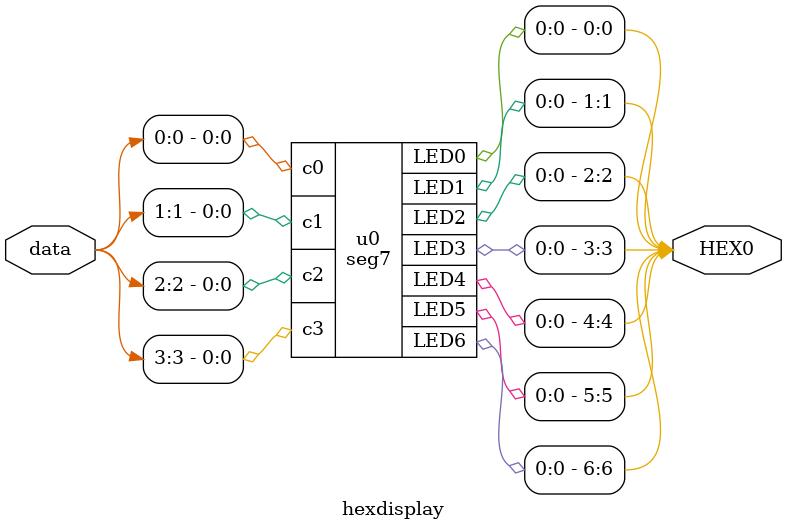
<source format=v>
module seg7(input c0, c1, c2, c3, output LED0, LED1, LED2, LED3, LED4, LED5, LED6);

//Essentially a giant if statement for each LED segment and when they're supposed to turn off
assign LED0 = (~c3 & ~c2 & ~c1 & c0) | (~c3 & c2 & ~c1 & ~c0) | (c3 & ~c2 & c1 & c0) | (c3 & c2 & ~c1 & c0);

assign LED1 = (~c3 & c2 & ~c1 & c0) | (~c3 & c2 & c1 & ~c0) | (c3 & ~c2 & c1 & c0) | (c3 & c2 & ~c1 & ~c0) | (c3 & c2 & c1 & ~c0) | (c3 & c2 & c1 & c0);

assign LED2 = (~c3 & ~c2 & c1 & ~c0) | (c3 & c2 & ~c1 & ~c0) | (c3 & c2 & c1 & ~c0) | (c3 & c2 & c1 & c0);

assign LED3 = (~c3 & ~c2 & ~c1 & c0) | (~c3 & c2 & ~c1 & ~c0) | (~c3 & c2 & c1 & c0) | (c3 & ~c2 & ~c1 & c0) | (c3 & ~c2 & c1 & ~c0) | (c3 & c2 & c1 & c0) ;

assign LED4 = (~c3 & ~c2 & ~c1 & c0) | (~c3 & ~c2 & c1 & c0) | (~c3 & c2 & ~c1 & ~c0) | (~c3 & c2 & ~c1 & c0) | (~c3 & c2 & c1 & c0) | (c3 & ~c2 & ~c1 & c0);

assign LED5 = (~c3 & ~c2 & ~c1 & c0) | (~c3 & ~c2 & c1 & ~c0) | (~c3 & ~c2 & c1 & c0)  | (~c3 & c2 & c1 & c0) | (c3 & c2 & ~c1 & c0);

assign LED6 = (~c3 & ~c2 & ~c1 & ~c0) | ( ~c3 & ~c2 & ~c1 & c0) | (~c3 & c2 & c1 & c0) | (c3 & c2 & ~c1 & ~c0);
 

endmodule

module hexdisplay(data, HEX0);
input [3:0] data;
	output [6:0] HEX0;
	
	seg7 u0(data[0], data[1], data[2], data[3], HEX0[0], HEX0[1], HEX0[2], HEX0[3], HEX0[4], HEX0[5], HEX0[6]);

endmodule

</source>
